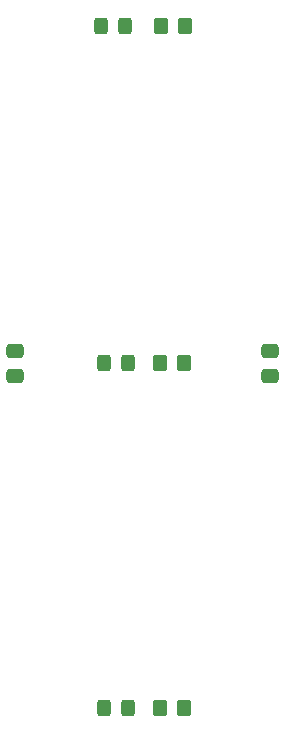
<source format=gtp>
%TF.GenerationSoftware,KiCad,Pcbnew,8.0.4*%
%TF.CreationDate,2024-08-07T10:54:24+02:00*%
%TF.ProjectId,DCJ11_Carrier,44434a31-315f-4436-9172-726965722e6b,rev?*%
%TF.SameCoordinates,Original*%
%TF.FileFunction,Paste,Top*%
%TF.FilePolarity,Positive*%
%FSLAX46Y46*%
G04 Gerber Fmt 4.6, Leading zero omitted, Abs format (unit mm)*
G04 Created by KiCad (PCBNEW 8.0.4) date 2024-08-07 10:54:24*
%MOMM*%
%LPD*%
G01*
G04 APERTURE LIST*
G04 Aperture macros list*
%AMRoundRect*
0 Rectangle with rounded corners*
0 $1 Rounding radius*
0 $2 $3 $4 $5 $6 $7 $8 $9 X,Y pos of 4 corners*
0 Add a 4 corners polygon primitive as box body*
4,1,4,$2,$3,$4,$5,$6,$7,$8,$9,$2,$3,0*
0 Add four circle primitives for the rounded corners*
1,1,$1+$1,$2,$3*
1,1,$1+$1,$4,$5*
1,1,$1+$1,$6,$7*
1,1,$1+$1,$8,$9*
0 Add four rect primitives between the rounded corners*
20,1,$1+$1,$2,$3,$4,$5,0*
20,1,$1+$1,$4,$5,$6,$7,0*
20,1,$1+$1,$6,$7,$8,$9,0*
20,1,$1+$1,$8,$9,$2,$3,0*%
G04 Aperture macros list end*
%ADD10RoundRect,0.250000X-0.475000X0.337500X-0.475000X-0.337500X0.475000X-0.337500X0.475000X0.337500X0*%
%ADD11RoundRect,0.250000X0.475000X-0.337500X0.475000X0.337500X-0.475000X0.337500X-0.475000X-0.337500X0*%
%ADD12RoundRect,0.250000X-0.350000X-0.450000X0.350000X-0.450000X0.350000X0.450000X-0.350000X0.450000X0*%
%ADD13RoundRect,0.250000X-0.325000X-0.450000X0.325000X-0.450000X0.325000X0.450000X-0.325000X0.450000X0*%
G04 APERTURE END LIST*
D10*
%TO.C,C2*%
X146685000Y-89132500D03*
X146685000Y-91207500D03*
%TD*%
D11*
%TO.C,C1*%
X125095000Y-91207500D03*
X125095000Y-89132500D03*
%TD*%
D12*
%TO.C,R3*%
X139340000Y-119380000D03*
X137340000Y-119380000D03*
%TD*%
%TO.C,R2*%
X139340000Y-90170000D03*
X137340000Y-90170000D03*
%TD*%
%TO.C,R1*%
X137430000Y-61595000D03*
X139430000Y-61595000D03*
%TD*%
D13*
%TO.C,D3*%
X134620000Y-119380000D03*
X132570000Y-119380000D03*
%TD*%
%TO.C,D2*%
X134620000Y-90170000D03*
X132570000Y-90170000D03*
%TD*%
%TO.C,D1*%
X132325000Y-61595000D03*
X134375000Y-61595000D03*
%TD*%
M02*

</source>
